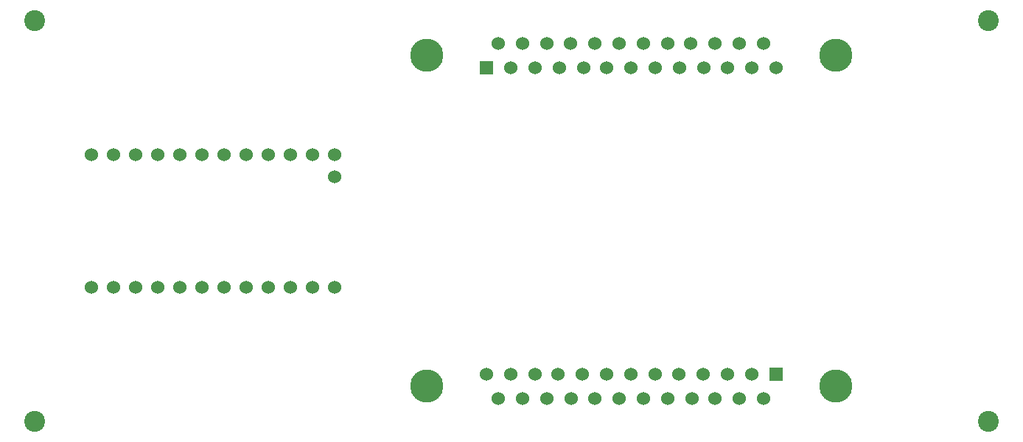
<source format=gbs>
G04 #@! TF.FileFunction,Soldermask,Bot*
%FSLAX46Y46*%
G04 Gerber Fmt 4.6, Leading zero omitted, Abs format (unit mm)*
G04 Created by KiCad (PCBNEW 4.0.7) date 12/13/17 15:12:22*
%MOMM*%
%LPD*%
G01*
G04 APERTURE LIST*
%ADD10C,0.100000*%
%ADD11C,1.524000*%
%ADD12C,3.810000*%
%ADD13R,1.524000X1.524000*%
%ADD14C,2.400000*%
G04 APERTURE END LIST*
D10*
D11*
X12570000Y-34120000D03*
X10030000Y-18880000D03*
X25270000Y-34120000D03*
X25270000Y-18880000D03*
X22730000Y-18880000D03*
X20190000Y-18880000D03*
X17650000Y-18880000D03*
X15110000Y-18880000D03*
X12570000Y-18880000D03*
X27810000Y-18880000D03*
X30350000Y-18880000D03*
X32890000Y-18880000D03*
X35430000Y-18880000D03*
X37970000Y-18880000D03*
X22730000Y-34120000D03*
X20190000Y-34120000D03*
X17650000Y-34120000D03*
X15110000Y-34120000D03*
X10030000Y-34120000D03*
X27810000Y-34120000D03*
X30350000Y-34120000D03*
X32890000Y-34120000D03*
X35430000Y-34120000D03*
X37970000Y-34120000D03*
X37970000Y-21420000D03*
D12*
X48505000Y-45500000D03*
X95495000Y-45500000D03*
D13*
X88637000Y-44103000D03*
D11*
X85843000Y-44103000D03*
X83049000Y-44103000D03*
X80255000Y-44103000D03*
X77461000Y-44103000D03*
X74794000Y-44103000D03*
X72000000Y-44103000D03*
X69206000Y-44103000D03*
X66412000Y-44103000D03*
X63618000Y-44103000D03*
X60951000Y-44103000D03*
X58157000Y-44103000D03*
X55363000Y-44103000D03*
X87240000Y-46897000D03*
X84446000Y-46897000D03*
X81652000Y-46897000D03*
X78985000Y-46897000D03*
X76191000Y-46897000D03*
X73397000Y-46897000D03*
X70603000Y-46897000D03*
X67809000Y-46897000D03*
X65142000Y-46897000D03*
X62348000Y-46897000D03*
X59554000Y-46897000D03*
X56760000Y-46897000D03*
D12*
X95495000Y-7500000D03*
X48505000Y-7500000D03*
D13*
X55363000Y-8897000D03*
D11*
X58157000Y-8897000D03*
X60951000Y-8897000D03*
X63745000Y-8897000D03*
X66539000Y-8897000D03*
X69206000Y-8897000D03*
X72000000Y-8897000D03*
X74794000Y-8897000D03*
X77588000Y-8897000D03*
X80382000Y-8897000D03*
X83049000Y-8897000D03*
X85843000Y-8897000D03*
X88637000Y-8897000D03*
X56760000Y-6103000D03*
X59554000Y-6103000D03*
X62348000Y-6103000D03*
X65015000Y-6103000D03*
X67809000Y-6103000D03*
X70603000Y-6103000D03*
X73397000Y-6103000D03*
X76191000Y-6103000D03*
X78858000Y-6103000D03*
X81652000Y-6103000D03*
X84446000Y-6103000D03*
X87240000Y-6103000D03*
D14*
X3500000Y-3500000D03*
X3500000Y-49500000D03*
X113000000Y-3500000D03*
X113000000Y-49500000D03*
M02*

</source>
